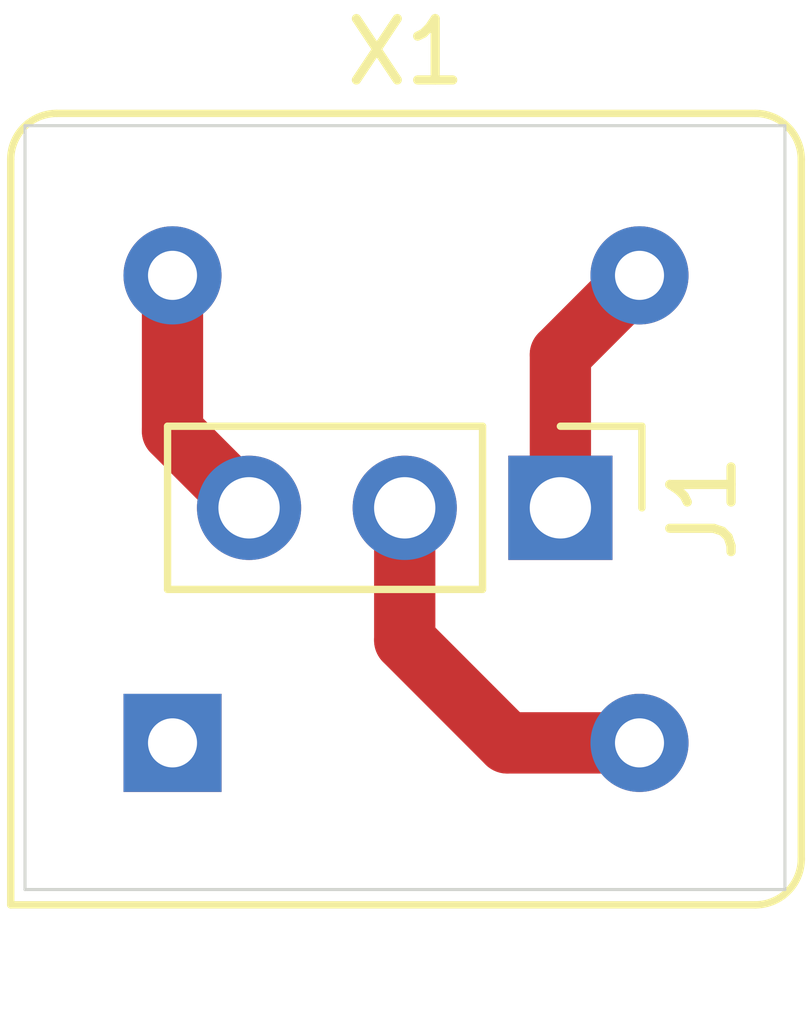
<source format=kicad_pcb>
(kicad_pcb (version 20171130) (host pcbnew "(5.1.5)-3")

  (general
    (thickness 1.6)
    (drawings 4)
    (tracks 7)
    (zones 0)
    (modules 2)
    (nets 4)
  )

  (page A4)
  (layers
    (0 F.Cu signal)
    (31 B.Cu signal)
    (32 B.Adhes user)
    (33 F.Adhes user)
    (34 B.Paste user)
    (35 F.Paste user)
    (36 B.SilkS user)
    (37 F.SilkS user)
    (38 B.Mask user)
    (39 F.Mask user)
    (40 Dwgs.User user)
    (41 Cmts.User user)
    (42 Eco1.User user)
    (43 Eco2.User user)
    (44 Edge.Cuts user)
    (45 Margin user)
    (46 B.CrtYd user)
    (47 F.CrtYd user)
    (48 B.Fab user)
    (49 F.Fab user)
  )

  (setup
    (last_trace_width 1)
    (user_trace_width 1)
    (trace_clearance 0.2)
    (zone_clearance 0.508)
    (zone_45_only no)
    (trace_min 0.2)
    (via_size 0.8)
    (via_drill 0.4)
    (via_min_size 0.4)
    (via_min_drill 0.3)
    (uvia_size 0.3)
    (uvia_drill 0.1)
    (uvias_allowed no)
    (uvia_min_size 0.2)
    (uvia_min_drill 0.1)
    (edge_width 0.05)
    (segment_width 0.2)
    (pcb_text_width 0.3)
    (pcb_text_size 1.5 1.5)
    (mod_edge_width 0.12)
    (mod_text_size 1 1)
    (mod_text_width 0.15)
    (pad_size 1.524 1.524)
    (pad_drill 0.762)
    (pad_to_mask_clearance 0.051)
    (solder_mask_min_width 0.25)
    (aux_axis_origin 0 0)
    (visible_elements 7FFFFFFF)
    (pcbplotparams
      (layerselection 0x010fc_ffffffff)
      (usegerberextensions false)
      (usegerberattributes false)
      (usegerberadvancedattributes false)
      (creategerberjobfile false)
      (excludeedgelayer true)
      (linewidth 0.100000)
      (plotframeref false)
      (viasonmask false)
      (mode 1)
      (useauxorigin false)
      (hpglpennumber 1)
      (hpglpenspeed 20)
      (hpglpendiameter 15.000000)
      (psnegative false)
      (psa4output false)
      (plotreference true)
      (plotvalue true)
      (plotinvisibletext false)
      (padsonsilk false)
      (subtractmaskfromsilk false)
      (outputformat 1)
      (mirror false)
      (drillshape 0)
      (scaleselection 1)
      (outputdirectory "gerber/"))
  )

  (net 0 "")
  (net 1 "Net-(J1-Pad3)")
  (net 2 "Net-(J1-Pad2)")
  (net 3 "Net-(J1-Pad1)")

  (net_class Default "This is the default net class."
    (clearance 0.2)
    (trace_width 0.25)
    (via_dia 0.8)
    (via_drill 0.4)
    (uvia_dia 0.3)
    (uvia_drill 0.1)
  )

  (net_class signals ""
    (clearance 0.3)
    (trace_width 1)
    (via_dia 1.6)
    (via_drill 0.8)
    (uvia_dia 0.3)
    (uvia_drill 0.1)
    (add_net "Net-(J1-Pad1)")
    (add_net "Net-(J1-Pad2)")
    (add_net "Net-(J1-Pad3)")
    (add_net "Net-(X1-Pad1)")
  )

  (module Oscillator:Oscillator_DIP-8 (layer F.Cu) (tedit 58CD3344) (tstamp 63E2AED9)
    (at 142.007001 117.559501)
    (descr "Oscillator, DIP8,http://cdn-reichelt.de/documents/datenblatt/B400/OSZI.pdf")
    (tags oscillator)
    (path /63E2CDF1)
    (fp_text reference X1 (at 3.81 -11.26) (layer F.SilkS)
      (effects (font (size 1 1) (thickness 0.15)))
    )
    (fp_text value CXO_DIP8 (at 3.81 3.74) (layer F.Fab)
      (effects (font (size 1 1) (thickness 0.15)))
    )
    (fp_arc (start -1.89 -9.51) (end -2.54 -9.51) (angle 90) (layer F.Fab) (width 0.1))
    (fp_arc (start 9.51 -9.51) (end 9.51 -10.16) (angle 90) (layer F.Fab) (width 0.1))
    (fp_arc (start 9.51 1.89) (end 10.16 1.89) (angle 90) (layer F.Fab) (width 0.1))
    (fp_arc (start -1.89 -9.51) (end -2.64 -9.51) (angle 90) (layer F.SilkS) (width 0.12))
    (fp_arc (start 9.51 -9.51) (end 9.51 -10.26) (angle 90) (layer F.SilkS) (width 0.12))
    (fp_arc (start 9.51 1.89) (end 10.26 1.89) (angle 90) (layer F.SilkS) (width 0.12))
    (fp_arc (start -1.19 -8.81) (end -1.54 -8.81) (angle 90) (layer F.Fab) (width 0.1))
    (fp_arc (start 8.81 -8.81) (end 8.81 -9.16) (angle 90) (layer F.Fab) (width 0.1))
    (fp_arc (start 8.81 1.19) (end 9.16 1.19) (angle 90) (layer F.Fab) (width 0.1))
    (fp_line (start -2.54 2.54) (end -2.54 -9.51) (layer F.Fab) (width 0.1))
    (fp_line (start -1.89 -10.16) (end 9.51 -10.16) (layer F.Fab) (width 0.1))
    (fp_line (start 10.16 -9.51) (end 10.16 1.89) (layer F.Fab) (width 0.1))
    (fp_line (start -2.54 2.54) (end 9.51 2.54) (layer F.Fab) (width 0.1))
    (fp_line (start -2.64 2.64) (end 9.51 2.64) (layer F.SilkS) (width 0.12))
    (fp_line (start 10.26 1.89) (end 10.26 -9.51) (layer F.SilkS) (width 0.12))
    (fp_line (start 9.51 -10.26) (end -1.89 -10.26) (layer F.SilkS) (width 0.12))
    (fp_line (start -2.64 -9.51) (end -2.64 2.64) (layer F.SilkS) (width 0.12))
    (fp_line (start -1.54 1.54) (end 8.81 1.54) (layer F.Fab) (width 0.1))
    (fp_line (start -1.54 1.54) (end -1.54 -8.81) (layer F.Fab) (width 0.1))
    (fp_line (start -1.19 -9.16) (end 8.81 -9.16) (layer F.Fab) (width 0.1))
    (fp_line (start 9.16 1.19) (end 9.16 -8.81) (layer F.Fab) (width 0.1))
    (fp_line (start -2.79 2.79) (end 10.41 2.79) (layer F.CrtYd) (width 0.05))
    (fp_line (start -2.79 -10.41) (end -2.79 2.79) (layer F.CrtYd) (width 0.05))
    (fp_line (start 10.41 -10.41) (end -2.79 -10.41) (layer F.CrtYd) (width 0.05))
    (fp_line (start 10.41 2.79) (end 10.41 -10.41) (layer F.CrtYd) (width 0.05))
    (fp_text user %R (at 3.81 -3.81) (layer F.Fab)
      (effects (font (size 1 1) (thickness 0.15)))
    )
    (pad 4 thru_hole circle (at 7.62 0) (size 1.6 1.6) (drill 0.8) (layers *.Cu *.Mask)
      (net 2 "Net-(J1-Pad2)"))
    (pad 5 thru_hole circle (at 7.62 -7.62) (size 1.6 1.6) (drill 0.8) (layers *.Cu *.Mask)
      (net 3 "Net-(J1-Pad1)"))
    (pad 8 thru_hole circle (at 0 -7.62) (size 1.6 1.6) (drill 0.8) (layers *.Cu *.Mask)
      (net 1 "Net-(J1-Pad3)"))
    (pad 1 thru_hole rect (at 0 0) (size 1.6 1.6) (drill 0.8) (layers *.Cu *.Mask))
    (model ${KISYS3DMOD}/Oscillator.3dshapes/Oscillator_DIP-8.wrl
      (at (xyz 0 0 0))
      (scale (xyz 1 1 1))
      (rotate (xyz 0 0 0))
    )
  )

  (module Connector_PinHeader_2.54mm:PinHeader_1x03_P2.54mm_Vertical (layer F.Cu) (tedit 59FED5CC) (tstamp 63E2ADDC)
    (at 148.336 113.7285 270)
    (descr "Through hole straight pin header, 1x03, 2.54mm pitch, single row")
    (tags "Through hole pin header THT 1x03 2.54mm single row")
    (path /63E2AFA9)
    (fp_text reference J1 (at 0 -2.33 90) (layer F.SilkS)
      (effects (font (size 1 1) (thickness 0.15)))
    )
    (fp_text value CONN_01x03 (at 0 7.41 90) (layer F.Fab)
      (effects (font (size 1 1) (thickness 0.15)))
    )
    (fp_text user %R (at 0 2.54) (layer F.Fab)
      (effects (font (size 1 1) (thickness 0.15)))
    )
    (fp_line (start 1.8 -1.8) (end -1.8 -1.8) (layer F.CrtYd) (width 0.05))
    (fp_line (start 1.8 6.85) (end 1.8 -1.8) (layer F.CrtYd) (width 0.05))
    (fp_line (start -1.8 6.85) (end 1.8 6.85) (layer F.CrtYd) (width 0.05))
    (fp_line (start -1.8 -1.8) (end -1.8 6.85) (layer F.CrtYd) (width 0.05))
    (fp_line (start -1.33 -1.33) (end 0 -1.33) (layer F.SilkS) (width 0.12))
    (fp_line (start -1.33 0) (end -1.33 -1.33) (layer F.SilkS) (width 0.12))
    (fp_line (start -1.33 1.27) (end 1.33 1.27) (layer F.SilkS) (width 0.12))
    (fp_line (start 1.33 1.27) (end 1.33 6.41) (layer F.SilkS) (width 0.12))
    (fp_line (start -1.33 1.27) (end -1.33 6.41) (layer F.SilkS) (width 0.12))
    (fp_line (start -1.33 6.41) (end 1.33 6.41) (layer F.SilkS) (width 0.12))
    (fp_line (start -1.27 -0.635) (end -0.635 -1.27) (layer F.Fab) (width 0.1))
    (fp_line (start -1.27 6.35) (end -1.27 -0.635) (layer F.Fab) (width 0.1))
    (fp_line (start 1.27 6.35) (end -1.27 6.35) (layer F.Fab) (width 0.1))
    (fp_line (start 1.27 -1.27) (end 1.27 6.35) (layer F.Fab) (width 0.1))
    (fp_line (start -0.635 -1.27) (end 1.27 -1.27) (layer F.Fab) (width 0.1))
    (pad 3 thru_hole oval (at 0 5.08 270) (size 1.7 1.7) (drill 1) (layers *.Cu *.Mask)
      (net 1 "Net-(J1-Pad3)"))
    (pad 2 thru_hole oval (at 0 2.54 270) (size 1.7 1.7) (drill 1) (layers *.Cu *.Mask)
      (net 2 "Net-(J1-Pad2)"))
    (pad 1 thru_hole rect (at 0 0 270) (size 1.7 1.7) (drill 1) (layers *.Cu *.Mask)
      (net 3 "Net-(J1-Pad1)"))
    (model ${KISYS3DMOD}/Connector_PinHeader_2.54mm.3dshapes/PinHeader_1x03_P2.54mm_Vertical.wrl
      (at (xyz 0 0 0))
      (scale (xyz 1 1 1))
      (rotate (xyz 0 0 0))
    )
  )

  (gr_line (start 139.6 119.95) (end 139.6 107.5) (layer Edge.Cuts) (width 0.05) (tstamp 63E2B028))
  (gr_line (start 152 119.95) (end 139.6 119.95) (layer Edge.Cuts) (width 0.05))
  (gr_line (start 152 107.5) (end 152 119.95) (layer Edge.Cuts) (width 0.05))
  (gr_line (start 139.6 107.5) (end 152 107.5) (layer Edge.Cuts) (width 0.05))

  (segment (start 142.007001 112.479501) (end 143.256 113.7285) (width 1) (layer F.Cu) (net 1))
  (segment (start 142.007001 109.939501) (end 142.007001 112.479501) (width 1) (layer F.Cu) (net 1))
  (segment (start 145.796 113.7285) (end 145.796 115.8875) (width 1) (layer F.Cu) (net 2))
  (segment (start 147.468001 117.559501) (end 149.627001 117.559501) (width 1) (layer F.Cu) (net 2))
  (segment (start 145.796 115.8875) (end 147.468001 117.559501) (width 1) (layer F.Cu) (net 2))
  (segment (start 148.336 111.230502) (end 149.627001 109.939501) (width 1) (layer F.Cu) (net 3))
  (segment (start 148.336 113.7285) (end 148.336 111.230502) (width 1) (layer F.Cu) (net 3))

)

</source>
